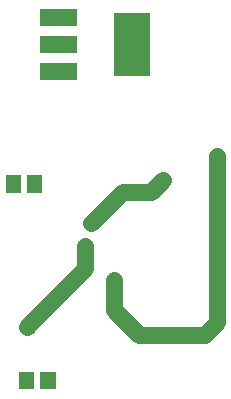
<source format=gbr>
G04 start of page 11 for group -4014 idx -4014 *
G04 Title: (unknown), bottompaste *
G04 Creator: pcb 20140316 *
G04 CreationDate: Fri 17 Jul 2015 04:35:12 PM GMT UTC *
G04 For: fosse *
G04 Format: Gerber/RS-274X *
G04 PCB-Dimensions (mil): 1250.00 2150.00 *
G04 PCB-Coordinate-Origin: lower left *
%MOIN*%
%FSLAX25Y25*%
%LNBOTTOMPASTE*%
%ADD92C,0.0550*%
%ADD91R,0.0512X0.0512*%
%ADD90R,0.1220X0.1220*%
%ADD89R,0.0560X0.0560*%
G54D89*X32300Y134000D02*X38900D01*
X32300Y143000D02*X38900D01*
X32300Y152100D02*X38900D01*
G54D90*X60000Y147500D02*Y138500D01*
G54D91*X20457Y96893D02*Y96107D01*
X27543Y96893D02*Y96107D01*
X24957Y31393D02*Y30607D01*
X32043Y31393D02*Y30607D01*
G54D92*X25000Y49000D02*X44500Y68500D01*
Y76000D02*Y68500D01*
X88500Y106000D02*Y50500D01*
X84250Y46250D02*X88500Y50500D01*
X62250Y46250D02*X84250D01*
X54000Y54500D02*X62250Y46250D01*
X46500Y83500D02*X50000Y87000D01*
X46500Y83500D02*X57000Y94000D01*
X66500D01*
X70500Y98000D01*
X54000Y64500D02*Y54500D01*
M02*

</source>
